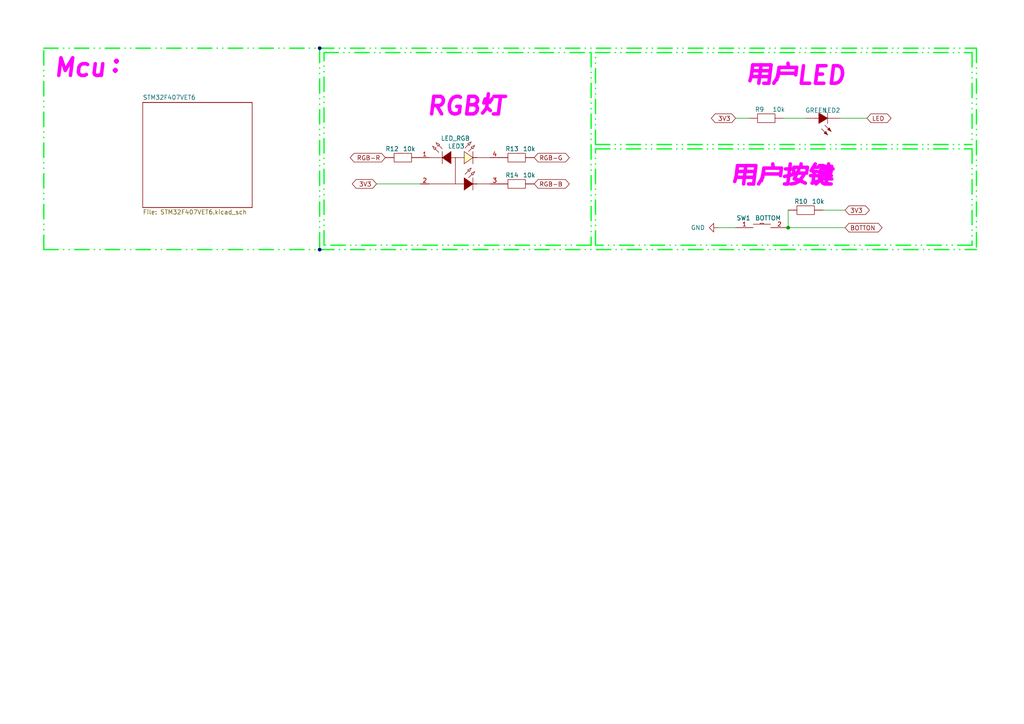
<source format=kicad_sch>
(kicad_sch
	(version 20250114)
	(generator "eeschema")
	(generator_version "9.0")
	(uuid "dc988b8c-4082-4675-a353-8ae80f698e12")
	(paper "A4")
	(title_block
		(title "MCU")
		(date "2025-01-24")
		(rev "Dennis_Re_Yoonjiho")
	)
	(lib_symbols
		(symbol "Ts_Foc_Vo符号库:BOTTOM"
			(pin_names
				(offset 1.016)
				(hide yes)
			)
			(exclude_from_sim no)
			(in_bom yes)
			(on_board yes)
			(property "Reference" "SW"
				(at -7.112 3.048 0)
				(effects
					(font
						(size 1.27 1.27)
					)
				)
			)
			(property "Value" "BOTTOM"
				(at 2.794 3.048 0)
				(effects
					(font
						(size 1.27 1.27)
					)
				)
			)
			(property "Footprint" "kicad_lceda:SW-SMD_L6.0-W3.3-LS8.0"
				(at -0.254 -1.524 0)
				(effects
					(font
						(size 1.27 1.27)
					)
					(hide yes)
				)
			)
			(property "Datasheet" ""
				(at 0 -4.953 0)
				(effects
					(font
						(size 1.27 1.27)
					)
					(hide yes)
				)
			)
			(property "Description" ""
				(at 0 0 0)
				(effects
					(font
						(size 1.27 1.27)
					)
					(hide yes)
				)
			)
			(property "SuppliersPartNumber" "C318938"
				(at 0 -10.033 0)
				(effects
					(font
						(size 1.27 1.27)
					)
					(hide yes)
				)
			)
			(property "uuid" "std:8710e6eb28c44416b37b2e373d35a96d"
				(at 0 -10.033 0)
				(effects
					(font
						(size 1.27 1.27)
					)
					(hide yes)
				)
			)
			(symbol "BOTTOM_1_1"
				(polyline
					(pts
						(xy -2.54 1.016) (xy 2.54 1.016)
					)
					(stroke
						(width 0.1524)
						(type solid)
					)
					(fill
						(type none)
					)
				)
				(polyline
					(pts
						(xy -0.508 1.016) (xy -0.508 1.27) (xy 0.508 1.27) (xy 0.508 1.016)
					)
					(stroke
						(width 0.1524)
						(type solid)
					)
					(fill
						(type none)
					)
				)
				(pin input line
					(at -7.62 0 0)
					(length 5.08)
					(name "1"
						(effects
							(font
								(size 1.27 1.27)
							)
						)
					)
					(number "1"
						(effects
							(font
								(size 1.27 1.27)
							)
						)
					)
				)
				(pin input line
					(at 7.62 0 180)
					(length 5.08)
					(name "2"
						(effects
							(font
								(size 1.27 1.27)
							)
						)
					)
					(number "2"
						(effects
							(font
								(size 1.27 1.27)
							)
						)
					)
				)
			)
			(embedded_fonts no)
		)
		(symbol "Ts_Foc_Vo符号库:LED"
			(pin_numbers
				(hide yes)
			)
			(pin_names
				(offset 1.016)
				(hide yes)
			)
			(exclude_from_sim no)
			(in_bom yes)
			(on_board yes)
			(property "Reference" ""
				(at 3.556 0.508 0)
				(effects
					(font
						(size 1.27 1.27)
					)
				)
			)
			(property "Value" "LED"
				(at 3.302 0.254 0)
				(effects
					(font
						(size 1.27 1.27)
					)
				)
			)
			(property "Footprint" "kicad_lceda:LED0603-RD"
				(at -0.254 -4.826 0)
				(effects
					(font
						(size 1.27 1.27)
					)
					(hide yes)
				)
			)
			(property "Datasheet" "http://www.szlcsc.com/product/details_90991.html"
				(at 0 -4.826 0)
				(effects
					(font
						(size 1.27 1.27)
					)
					(hide yes)
				)
			)
			(property "Description" ""
				(at 0 0 0)
				(effects
					(font
						(size 1.27 1.27)
					)
					(hide yes)
				)
			)
			(property "SuppliersPartNumber" "C89809"
				(at -0.254 -4.572 0)
				(effects
					(font
						(size 1.27 1.27)
					)
					(hide yes)
				)
			)
			(property "uuid" "std:41b2f7bc7ea198335b3b1186c040b70b"
				(at -0.254 -4.572 0)
				(effects
					(font
						(size 1.27 1.27)
					)
					(hide yes)
				)
			)
			(symbol "LED_1_1"
				(polyline
					(pts
						(xy -2.286 1.778) (xy -1.27 1.27) (xy -1.778 0.762) (xy -2.286 1.778)
					)
					(stroke
						(width 0.1524)
						(type solid)
					)
					(fill
						(type outline)
					)
				)
				(polyline
					(pts
						(xy -1.27 2.794) (xy -0.254 2.286) (xy -0.762 1.778) (xy -1.27 2.794)
					)
					(stroke
						(width 0.1524)
						(type solid)
					)
					(fill
						(type outline)
					)
				)
				(polyline
					(pts
						(xy -1.27 -0.508) (xy -1.27 -3.556)
					)
					(stroke
						(width 0.1524)
						(type solid)
					)
					(fill
						(type none)
					)
				)
				(polyline
					(pts
						(xy -0.508 0) (xy -2.286 1.778)
					)
					(stroke
						(width 0.1524)
						(type solid)
					)
					(fill
						(type none)
					)
				)
				(polyline
					(pts
						(xy 0.508 1.016) (xy -1.27 2.794)
					)
					(stroke
						(width 0.1524)
						(type solid)
					)
					(fill
						(type none)
					)
				)
				(polyline
					(pts
						(xy 1.27 -3.556) (xy -1.27 -2.032) (xy 1.27 -0.508) (xy 1.27 -3.556)
					)
					(stroke
						(width 0.1524)
						(type solid)
					)
					(fill
						(type outline)
					)
				)
				(pin input line
					(at -5.08 -2.032 0)
					(length 3.81)
					(name "K"
						(effects
							(font
								(size 1.27 1.27)
							)
						)
					)
					(number "1"
						(effects
							(font
								(size 1.27 1.27)
							)
						)
					)
				)
				(pin input line
					(at 5.08 -2.032 180)
					(length 3.81)
					(name "A"
						(effects
							(font
								(size 1.27 1.27)
							)
						)
					)
					(number "2"
						(effects
							(font
								(size 1.27 1.27)
							)
						)
					)
				)
			)
			(embedded_fonts no)
		)
		(symbol "Ts_Foc_Vo符号库:LED_RGB"
			(pin_names
				(offset 1.016)
				(hide yes)
			)
			(exclude_from_sim no)
			(in_bom yes)
			(on_board yes)
			(property "Reference" "LED"
				(at -2.032 5.334 0)
				(effects
					(font
						(size 1.27 1.27)
					)
				)
			)
			(property "Value" "LED_RGB"
				(at -2.54 7.874 0)
				(effects
					(font
						(size 1.27 1.27)
					)
				)
			)
			(property "Footprint" "kicad_lceda:LED-ARRAY-SMD_4P-L1.6-W1.5-BR_XL-1615RGBC-RF"
				(at 0 4.572 0)
				(effects
					(font
						(size 1.27 1.27)
					)
					(hide yes)
				)
			)
			(property "Datasheet" ""
				(at 0 -0.508 0)
				(effects
					(font
						(size 1.27 1.27)
					)
					(hide yes)
				)
			)
			(property "Description" ""
				(at 0 0 0)
				(effects
					(font
						(size 1.27 1.27)
					)
					(hide yes)
				)
			)
			(property "SuppliersPartNumber" "C965840"
				(at 0 -5.588 0)
				(effects
					(font
						(size 1.27 1.27)
					)
					(hide yes)
				)
			)
			(property "uuid" "std:da46b25babd24f169a00fa03821d5577"
				(at 0 -5.588 0)
				(effects
					(font
						(size 1.27 1.27)
					)
					(hide yes)
				)
			)
			(symbol "LED_RGB_1_1"
				(polyline
					(pts
						(xy -9.144 5.842) (xy -8.128 5.334) (xy -8.636 4.826) (xy -9.144 5.842)
					)
					(stroke
						(width 0.1524)
						(type solid)
					)
					(fill
						(type none)
					)
				)
				(polyline
					(pts
						(xy -8.128 6.858) (xy -7.112 6.35) (xy -7.62 5.842) (xy -8.128 6.858)
					)
					(stroke
						(width 0.1524)
						(type solid)
					)
					(fill
						(type none)
					)
				)
				(polyline
					(pts
						(xy -7.62 2.54) (xy -10.16 2.54)
					)
					(stroke
						(width 0.1524)
						(type solid)
					)
					(fill
						(type none)
					)
				)
				(polyline
					(pts
						(xy -7.366 4.064) (xy -8.382 5.08)
					)
					(stroke
						(width 0.1524)
						(type solid)
					)
					(fill
						(type outline)
					)
				)
				(polyline
					(pts
						(xy -6.35 5.08) (xy -7.366 6.096)
					)
					(stroke
						(width 0.1524)
						(type solid)
					)
					(fill
						(type outline)
					)
				)
				(polyline
					(pts
						(xy -6.35 4.318) (xy -6.35 0.762)
					)
					(stroke
						(width 0.1524)
						(type solid)
					)
					(fill
						(type none)
					)
				)
				(polyline
					(pts
						(xy -6.35 2.54) (xy -7.62 2.54)
					)
					(stroke
						(width 0.1524)
						(type solid)
					)
					(fill
						(type none)
					)
				)
				(polyline
					(pts
						(xy -3.81 4.318) (xy -6.35 2.54) (xy -3.81 0.762) (xy -3.81 4.318)
					)
					(stroke
						(width 0.1524)
						(type solid)
					)
					(fill
						(type outline)
					)
				)
				(polyline
					(pts
						(xy -2.54 2.54) (xy -3.81 2.54)
					)
					(stroke
						(width 0.1524)
						(type solid)
					)
					(fill
						(type none)
					)
				)
				(polyline
					(pts
						(xy -2.54 2.54) (xy 0 2.54)
					)
					(stroke
						(width 0.1524)
						(type solid)
					)
					(fill
						(type none)
					)
				)
				(polyline
					(pts
						(xy -2.54 2.54) (xy -2.54 -5.08) (xy 0 -5.08)
					)
					(stroke
						(width 0.1524)
						(type solid)
					)
					(fill
						(type none)
					)
				)
				(polyline
					(pts
						(xy -2.54 -5.08) (xy -10.16 -5.08)
					)
					(stroke
						(width 0.1524)
						(type solid)
					)
					(fill
						(type none)
					)
				)
				(polyline
					(pts
						(xy 0 0.762) (xy 2.54 2.54) (xy 0 4.318) (xy 0 0.762)
					)
					(stroke
						(width 0.1524)
						(type solid)
					)
					(fill
						(type background)
					)
				)
				(polyline
					(pts
						(xy 0 -6.858) (xy 2.54 -5.08) (xy 0 -3.302) (xy 0 -6.858)
					)
					(stroke
						(width 0.1524)
						(type solid)
					)
					(fill
						(type outline)
					)
				)
				(polyline
					(pts
						(xy 0.254 5.334) (xy 1.27 6.35)
					)
					(stroke
						(width 0.1524)
						(type solid)
					)
					(fill
						(type outline)
					)
				)
				(polyline
					(pts
						(xy 0.254 -2.286) (xy 1.27 -1.27)
					)
					(stroke
						(width 0.1524)
						(type solid)
					)
					(fill
						(type outline)
					)
				)
				(polyline
					(pts
						(xy 1.27 4.318) (xy 2.286 5.334)
					)
					(stroke
						(width 0.1524)
						(type solid)
					)
					(fill
						(type outline)
					)
				)
				(polyline
					(pts
						(xy 1.27 -3.302) (xy 2.286 -2.286)
					)
					(stroke
						(width 0.1524)
						(type solid)
					)
					(fill
						(type outline)
					)
				)
				(polyline
					(pts
						(xy 2.032 7.112) (xy 1.524 6.096) (xy 1.016 6.604) (xy 2.032 7.112)
					)
					(stroke
						(width 0.1524)
						(type solid)
					)
					(fill
						(type none)
					)
				)
				(polyline
					(pts
						(xy 2.032 -0.508) (xy 1.524 -1.524) (xy 1.016 -1.016) (xy 2.032 -0.508)
					)
					(stroke
						(width 0.1524)
						(type solid)
					)
					(fill
						(type none)
					)
				)
				(polyline
					(pts
						(xy 2.54 2.54) (xy 3.81 2.54)
					)
					(stroke
						(width 0.1524)
						(type solid)
					)
					(fill
						(type none)
					)
				)
				(polyline
					(pts
						(xy 2.54 2.54) (xy 7.62 2.54)
					)
					(stroke
						(width 0.1524)
						(type solid)
					)
					(fill
						(type none)
					)
				)
				(polyline
					(pts
						(xy 2.54 0.762) (xy 2.54 4.318)
					)
					(stroke
						(width 0.1524)
						(type solid)
					)
					(fill
						(type none)
					)
				)
				(polyline
					(pts
						(xy 2.54 -5.08) (xy 3.81 -5.08)
					)
					(stroke
						(width 0.1524)
						(type solid)
					)
					(fill
						(type none)
					)
				)
				(polyline
					(pts
						(xy 2.54 -5.08) (xy 7.62 -5.08)
					)
					(stroke
						(width 0.1524)
						(type solid)
					)
					(fill
						(type none)
					)
				)
				(polyline
					(pts
						(xy 2.54 -6.858) (xy 2.54 -3.302)
					)
					(stroke
						(width 0.1524)
						(type solid)
					)
					(fill
						(type none)
					)
				)
				(polyline
					(pts
						(xy 3.048 6.096) (xy 2.54 5.08) (xy 2.032 5.588) (xy 3.048 6.096)
					)
					(stroke
						(width 0.1524)
						(type solid)
					)
					(fill
						(type none)
					)
				)
				(polyline
					(pts
						(xy 3.048 -1.524) (xy 2.54 -2.54) (xy 2.032 -2.032) (xy 3.048 -1.524)
					)
					(stroke
						(width 0.1524)
						(type solid)
					)
					(fill
						(type none)
					)
				)
				(pin input line
					(at -12.7 2.54 0)
					(length 2.54)
					(name "R-"
						(effects
							(font
								(size 1.27 1.27)
							)
						)
					)
					(number "1"
						(effects
							(font
								(size 1.27 1.27)
							)
						)
					)
				)
				(pin input line
					(at -12.7 -5.08 0)
					(length 2.54)
					(name "COM+"
						(effects
							(font
								(size 1.27 1.27)
							)
						)
					)
					(number "2"
						(effects
							(font
								(size 1.27 1.27)
							)
						)
					)
				)
				(pin input line
					(at 10.16 2.54 180)
					(length 2.54)
					(name "G-"
						(effects
							(font
								(size 1.27 1.27)
							)
						)
					)
					(number "4"
						(effects
							(font
								(size 1.27 1.27)
							)
						)
					)
				)
				(pin input line
					(at 10.16 -5.08 180)
					(length 2.54)
					(name "B-"
						(effects
							(font
								(size 1.27 1.27)
							)
						)
					)
					(number "3"
						(effects
							(font
								(size 1.27 1.27)
							)
						)
					)
				)
			)
			(embedded_fonts no)
		)
		(symbol "Ts_Foc_Vo符号库:RES"
			(pin_numbers
				(hide yes)
			)
			(pin_names
				(offset 1.016)
				(hide yes)
			)
			(exclude_from_sim no)
			(in_bom yes)
			(on_board yes)
			(property "Reference" "R"
				(at -2.286 2.032 0)
				(effects
					(font
						(size 1.27 1.27)
					)
				)
			)
			(property "Value" "Value"
				(at 2.286 2.032 0)
				(effects
					(font
						(size 1.27 1.27)
					)
				)
			)
			(property "Footprint" "kicad_lceda:R0402"
				(at 0.254 -2.54 0)
				(effects
					(font
						(size 1.27 1.27)
					)
					(hide yes)
				)
			)
			(property "Datasheet" ""
				(at 0 -6.35 0)
				(effects
					(font
						(size 1.27 1.27)
					)
					(hide yes)
				)
			)
			(property "Description" ""
				(at 0 0 0)
				(effects
					(font
						(size 1.27 1.27)
					)
					(hide yes)
				)
			)
			(property "SuppliersPartNumber" "C5200633"
				(at 0 -11.43 0)
				(effects
					(font
						(size 1.27 1.27)
					)
					(hide yes)
				)
			)
			(property "uuid" "std:0c78b8f437b74d4badbc2695159e48f2"
				(at 0 -11.43 0)
				(effects
					(font
						(size 1.27 1.27)
					)
					(hide yes)
				)
			)
			(symbol "RES_1_1"
				(rectangle
					(start -2.54 1.27)
					(end 2.54 -1.27)
					(stroke
						(width 0.1524)
						(type solid)
					)
					(fill
						(type none)
					)
				)
				(pin input line
					(at -5.08 0 0)
					(length 2.54)
					(name "1"
						(effects
							(font
								(size 1.27 1.27)
							)
						)
					)
					(number "1"
						(effects
							(font
								(size 1.27 1.27)
							)
						)
					)
				)
				(pin input line
					(at 5.08 0 180)
					(length 2.54)
					(name "2"
						(effects
							(font
								(size 1.27 1.27)
							)
						)
					)
					(number "2"
						(effects
							(font
								(size 1.27 1.27)
							)
						)
					)
				)
			)
			(embedded_fonts no)
		)
		(symbol "power:GND"
			(power)
			(pin_numbers
				(hide yes)
			)
			(pin_names
				(offset 0)
				(hide yes)
			)
			(exclude_from_sim no)
			(in_bom yes)
			(on_board yes)
			(property "Reference" "#PWR"
				(at 0 -6.35 0)
				(effects
					(font
						(size 1.27 1.27)
					)
					(hide yes)
				)
			)
			(property "Value" "GND"
				(at 0 -3.81 0)
				(effects
					(font
						(size 1.27 1.27)
					)
				)
			)
			(property "Footprint" ""
				(at 0 0 0)
				(effects
					(font
						(size 1.27 1.27)
					)
					(hide yes)
				)
			)
			(property "Datasheet" ""
				(at 0 0 0)
				(effects
					(font
						(size 1.27 1.27)
					)
					(hide yes)
				)
			)
			(property "Description" "Power symbol creates a global label with name \"GND\" , ground"
				(at 0 0 0)
				(effects
					(font
						(size 1.27 1.27)
					)
					(hide yes)
				)
			)
			(property "ki_keywords" "global power"
				(at 0 0 0)
				(effects
					(font
						(size 1.27 1.27)
					)
					(hide yes)
				)
			)
			(symbol "GND_0_1"
				(polyline
					(pts
						(xy 0 0) (xy 0 -1.27) (xy 1.27 -1.27) (xy 0 -2.54) (xy -1.27 -1.27) (xy 0 -1.27)
					)
					(stroke
						(width 0)
						(type default)
					)
					(fill
						(type none)
					)
				)
			)
			(symbol "GND_1_1"
				(pin power_in line
					(at 0 0 270)
					(length 0)
					(name "~"
						(effects
							(font
								(size 1.27 1.27)
							)
						)
					)
					(number "1"
						(effects
							(font
								(size 1.27 1.27)
							)
						)
					)
				)
			)
			(embedded_fonts no)
		)
	)
	(text "用户按键"
		(exclude_from_sim yes)
		(at 226.822 51.308 0)
		(effects
			(font
				(size 5.08 5.08)
				(thickness 1.016)
				(bold yes)
				(italic yes)
				(color 255 2 253 1)
			)
		)
		(uuid "1c79a320-71a7-4dc4-ae32-430c40f4586d")
	)
	(text "用户LED\n"
		(exclude_from_sim yes)
		(at 230.632 22.098 0)
		(effects
			(font
				(size 5.08 5.08)
				(thickness 1.016)
				(bold yes)
				(italic yes)
				(color 255 2 253 1)
			)
		)
		(uuid "432b5722-71ca-425b-bb22-3d0197d32405")
	)
	(text "Mcu："
		(exclude_from_sim yes)
		(at 25.908 19.812 0)
		(effects
			(font
				(size 5.08 5.08)
				(thickness 1.016)
				(bold yes)
				(italic yes)
				(color 255 2 253 1)
			)
		)
		(uuid "6bfa14d6-8589-4fc2-921e-12c3ad869985")
	)
	(text "RGB灯"
		(exclude_from_sim yes)
		(at 135.382 30.988 0)
		(effects
			(font
				(size 5.08 5.08)
				(thickness 1.016)
				(bold yes)
				(italic yes)
				(color 255 2 253 1)
			)
		)
		(uuid "f7aeee4e-842d-45b2-b959-f69c454063cd")
	)
	(junction
		(at 92.71 13.97)
		(diameter 0)
		(color 0 0 0 0)
		(uuid "0e9a5e4a-bb89-46b8-b83a-f3f61d3c8654")
	)
	(junction
		(at 92.71 72.39)
		(diameter 0)
		(color 0 0 0 0)
		(uuid "79a46294-240f-4017-acee-0db3db995f01")
	)
	(junction
		(at 228.6 66.04)
		(diameter 0)
		(color 0 0 0 0)
		(uuid "a1089785-fbad-4139-a84d-815e5cbff93c")
	)
	(bus
		(pts
			(xy 283.21 13.97) (xy 283.21 72.39)
		)
		(stroke
			(width 0.381)
			(type dash_dot_dot)
			(color 0 255 30 1)
		)
		(uuid "0f9367d3-99eb-4e48-8da9-65fc022f3c6b")
	)
	(bus
		(pts
			(xy 281.94 15.24) (xy 281.94 41.91)
		)
		(stroke
			(width 0.381)
			(type dash_dot_dot)
			(color 0 255 30 1)
		)
		(uuid "1e82dcb5-c68e-4303-9e30-1636992f2430")
	)
	(bus
		(pts
			(xy 171.45 71.12) (xy 93.98 71.12)
		)
		(stroke
			(width 0.381)
			(type dash_dot_dot)
			(color 0 255 30 1)
		)
		(uuid "1ecdd48e-5eb6-49da-b2d9-b90e7d298362")
	)
	(bus
		(pts
			(xy 172.72 43.18) (xy 281.94 43.18)
		)
		(stroke
			(width 0.381)
			(type dash_dot_dot)
			(color 0 255 30 1)
		)
		(uuid "22354b74-ddc1-4f8a-ad8e-a688a0469c6d")
	)
	(wire
		(pts
			(xy 227.33 34.29) (xy 233.68 34.29)
		)
		(stroke
			(width 0)
			(type default)
		)
		(uuid "29212cd8-99c7-4686-9ff3-bafb67b8c11a")
	)
	(bus
		(pts
			(xy 92.71 13.97) (xy 283.21 13.97)
		)
		(stroke
			(width 0.381)
			(type dash_dot_dot)
			(color 0 255 30 1)
		)
		(uuid "34183d7f-69f0-4213-b62d-659fe7e3f6cf")
	)
	(wire
		(pts
			(xy 251.46 34.29) (xy 243.84 34.29)
		)
		(stroke
			(width 0)
			(type default)
		)
		(uuid "3c5f5427-2990-40b1-a0d1-c2fa881834ed")
	)
	(bus
		(pts
			(xy 92.71 13.97) (xy 92.71 72.39)
		)
		(stroke
			(width 0.381)
			(type dash_dot_dot)
			(color 0 255 30 1)
		)
		(uuid "458afffa-3d66-41d2-bcab-2a0892cc23fa")
	)
	(wire
		(pts
			(xy 228.6 66.04) (xy 245.11 66.04)
		)
		(stroke
			(width 0)
			(type default)
		)
		(uuid "4805b43d-32db-4e0d-b94a-993bf5a4536e")
	)
	(wire
		(pts
			(xy 245.11 60.96) (xy 238.76 60.96)
		)
		(stroke
			(width 0)
			(type default)
		)
		(uuid "58b75867-221c-4a61-be2b-22ccd7f5acea")
	)
	(wire
		(pts
			(xy 228.6 66.04) (xy 228.6 60.96)
		)
		(stroke
			(width 0)
			(type default)
		)
		(uuid "64fa545b-edd4-4856-bcbc-12de649f055e")
	)
	(bus
		(pts
			(xy 12.7 72.39) (xy 12.7 13.97)
		)
		(stroke
			(width 0.381)
			(type dash_dot_dot)
			(color 0 255 30 1)
		)
		(uuid "7ff988da-7652-4623-b7ad-e8f3e41af04c")
	)
	(bus
		(pts
			(xy 92.71 72.39) (xy 283.21 72.39)
		)
		(stroke
			(width 0.381)
			(type dash_dot_dot)
			(color 0 255 30 1)
		)
		(uuid "8ecd1513-1eed-4ce1-a82d-58a79b49ac79")
	)
	(bus
		(pts
			(xy 172.72 71.12) (xy 172.72 43.18)
		)
		(stroke
			(width 0.381)
			(type dash_dot_dot)
			(color 0 255 30 1)
		)
		(uuid "9c90d86e-2992-40e0-9f37-fea9287db20d")
	)
	(bus
		(pts
			(xy 172.72 41.91) (xy 281.94 41.91)
		)
		(stroke
			(width 0.381)
			(type dash_dot_dot)
			(color 0 255 30 1)
		)
		(uuid "a2331fd1-9473-4fc4-b62d-c8311a43bcf7")
	)
	(wire
		(pts
			(xy 109.22 53.34) (xy 121.92 53.34)
		)
		(stroke
			(width 0)
			(type default)
		)
		(uuid "a5e935b2-67e1-4ae9-8a00-3aaa4bf54884")
	)
	(bus
		(pts
			(xy 93.98 15.24) (xy 171.45 15.24)
		)
		(stroke
			(width 0.381)
			(type dash_dot_dot)
			(color 0 255 30 1)
		)
		(uuid "abd44b8c-ec96-42e3-9cca-41e49d53cb77")
	)
	(bus
		(pts
			(xy 171.45 15.24) (xy 171.45 71.12)
		)
		(stroke
			(width 0.381)
			(type dash_dot_dot)
			(color 0 255 30 1)
		)
		(uuid "b266ed02-1313-47c9-a0f0-6a5efadf8738")
	)
	(wire
		(pts
			(xy 213.36 34.29) (xy 217.17 34.29)
		)
		(stroke
			(width 0)
			(type default)
		)
		(uuid "b97c515a-dbe5-409d-9afb-e3caa6d9a491")
	)
	(bus
		(pts
			(xy 12.7 13.97) (xy 92.71 13.97)
		)
		(stroke
			(width 0.381)
			(type dash_dot_dot)
			(color 0 255 30 1)
		)
		(uuid "c1bdfbc6-6701-4a5e-9f80-cca4293ba2a9")
	)
	(bus
		(pts
			(xy 12.7 72.39) (xy 92.71 72.39)
		)
		(stroke
			(width 0.381)
			(type dash_dot_dot)
			(color 0 255 30 1)
		)
		(uuid "c6814b89-ee6c-41b9-bf95-4fb4f6674666")
	)
	(bus
		(pts
			(xy 172.72 41.91) (xy 172.72 15.24)
		)
		(stroke
			(width 0.381)
			(type dash_dot_dot)
			(color 0 255 30 1)
		)
		(uuid "d34c5fc9-5a51-4933-b931-86fe930202d5")
	)
	(bus
		(pts
			(xy 172.72 15.24) (xy 281.94 15.24)
		)
		(stroke
			(width 0.381)
			(type dash_dot_dot)
			(color 0 255 30 1)
		)
		(uuid "d810361e-259a-47dc-b229-ddfc1d63177f")
	)
	(bus
		(pts
			(xy 281.94 71.12) (xy 172.72 71.12)
		)
		(stroke
			(width 0.381)
			(type dash_dot_dot)
			(color 0 255 30 1)
		)
		(uuid "efb096ac-b209-4b62-ad01-e55e6f3335ea")
	)
	(bus
		(pts
			(xy 93.98 71.12) (xy 93.98 15.24)
		)
		(stroke
			(width 0.381)
			(type dash_dot_dot)
			(color 0 255 30 1)
		)
		(uuid "fccd56a0-81c6-4bcb-b686-8753d2124031")
	)
	(bus
		(pts
			(xy 281.94 43.18) (xy 281.94 71.12)
		)
		(stroke
			(width 0.381)
			(type dash_dot_dot)
			(color 0 255 30 1)
		)
		(uuid "fd6f64dc-8f37-4227-af8b-512e6f9fb562")
	)
	(wire
		(pts
			(xy 208.28 66.04) (xy 213.36 66.04)
		)
		(stroke
			(width 0)
			(type default)
		)
		(uuid "ff456ac7-6674-433d-94f2-a889e25ee0eb")
	)
	(global_label "LED"
		(shape bidirectional)
		(at 251.46 34.29 0)
		(fields_autoplaced yes)
		(effects
			(font
				(size 1.27 1.27)
			)
			(justify left)
		)
		(uuid "035f9e2c-126e-4d01-bc90-8b5417494585")
		(property "Intersheetrefs" "${INTERSHEET_REFS}"
			(at 259.0036 34.29 0)
			(effects
				(font
					(size 1.27 1.27)
				)
				(justify left)
				(hide yes)
			)
		)
	)
	(global_label "3V3"
		(shape bidirectional)
		(at 109.22 53.34 180)
		(fields_autoplaced yes)
		(effects
			(font
				(size 1.27 1.27)
			)
			(justify right)
		)
		(uuid "085c0087-56a8-4cf2-90fe-9994b0ddfa17")
		(property "Intersheetrefs" "${INTERSHEET_REFS}"
			(at 101.6159 53.34 0)
			(effects
				(font
					(size 1.27 1.27)
				)
				(justify right)
				(hide yes)
			)
		)
	)
	(global_label "3V3"
		(shape bidirectional)
		(at 213.36 34.29 180)
		(fields_autoplaced yes)
		(effects
			(font
				(size 1.27 1.27)
			)
			(justify right)
		)
		(uuid "13b7e33f-9f00-42e7-bbe2-b7ea2dd13487")
		(property "Intersheetrefs" "${INTERSHEET_REFS}"
			(at 205.7559 34.29 0)
			(effects
				(font
					(size 1.27 1.27)
				)
				(justify right)
				(hide yes)
			)
		)
	)
	(global_label "BOTTON"
		(shape bidirectional)
		(at 245.11 66.04 0)
		(fields_autoplaced yes)
		(effects
			(font
				(size 1.27 1.27)
			)
			(justify left)
		)
		(uuid "207165ed-f760-4fa8-b222-3de594d1eaba")
		(property "Intersheetrefs" "${INTERSHEET_REFS}"
			(at 256.4032 66.04 0)
			(effects
				(font
					(size 1.27 1.27)
				)
				(justify left)
				(hide yes)
			)
		)
	)
	(global_label "3V3"
		(shape bidirectional)
		(at 245.11 60.96 0)
		(fields_autoplaced yes)
		(effects
			(font
				(size 1.27 1.27)
			)
			(justify left)
		)
		(uuid "3605815e-0f63-49dd-9084-bb07573739d8")
		(property "Intersheetrefs" "${INTERSHEET_REFS}"
			(at 252.7141 60.96 0)
			(effects
				(font
					(size 1.27 1.27)
				)
				(justify left)
				(hide yes)
			)
		)
	)
	(global_label "RGB-B"
		(shape bidirectional)
		(at 154.94 53.34 0)
		(fields_autoplaced yes)
		(effects
			(font
				(size 1.27 1.27)
			)
			(justify left)
		)
		(uuid "50ccec13-fdfb-40c7-8144-0d90c8e209a0")
		(property "Intersheetrefs" "${INTERSHEET_REFS}"
			(at 165.6889 53.34 0)
			(effects
				(font
					(size 1.27 1.27)
				)
				(justify left)
				(hide yes)
			)
		)
	)
	(global_label "RGB-G"
		(shape bidirectional)
		(at 154.94 45.72 0)
		(fields_autoplaced yes)
		(effects
			(font
				(size 1.27 1.27)
			)
			(justify left)
		)
		(uuid "761f084e-9d55-4903-a386-a884e73e46ad")
		(property "Intersheetrefs" "${INTERSHEET_REFS}"
			(at 165.6889 45.72 0)
			(effects
				(font
					(size 1.27 1.27)
				)
				(justify left)
				(hide yes)
			)
		)
	)
	(global_label "RGB-R"
		(shape bidirectional)
		(at 111.76 45.72 180)
		(fields_autoplaced yes)
		(effects
			(font
				(size 1.27 1.27)
			)
			(justify right)
		)
		(uuid "a545d056-a0b5-4f30-a81f-5e3caba2990e")
		(property "Intersheetrefs" "${INTERSHEET_REFS}"
			(at 101.0111 45.72 0)
			(effects
				(font
					(size 1.27 1.27)
				)
				(justify right)
				(hide yes)
			)
		)
	)
	(symbol
		(lib_id "Ts_Foc_Vo符号库:LED_RGB")
		(at 134.62 48.26 0)
		(unit 1)
		(exclude_from_sim no)
		(in_bom yes)
		(on_board yes)
		(dnp no)
		(uuid "1264f560-331c-4b09-9117-4f68cc41e3ee")
		(property "Reference" "LED3"
			(at 132.334 42.418 0)
			(effects
				(font
					(size 1.27 1.27)
				)
			)
		)
		(property "Value" "LED_RGB"
			(at 132.08 40.132 0)
			(effects
				(font
					(size 1.27 1.27)
				)
			)
		)
		(property "Footprint" "Ts_Foc_Vo封装库:LED-RGB-SMD_4P"
			(at 134.62 43.688 0)
			(effects
				(font
					(size 1.27 1.27)
				)
				(hide yes)
			)
		)
		(property "Datasheet" ""
			(at 134.62 48.768 0)
			(effects
				(font
					(size 1.27 1.27)
				)
				(hide yes)
			)
		)
		(property "Description" ""
			(at 134.62 48.26 0)
			(effects
				(font
					(size 1.27 1.27)
				)
				(hide yes)
			)
		)
		(property "SuppliersPartNumber" "C965840"
			(at 134.62 53.848 0)
			(effects
				(font
					(size 1.27 1.27)
				)
				(hide yes)
			)
		)
		(property "uuid" "std:da46b25babd24f169a00fa03821d5577"
			(at 134.62 53.848 0)
			(effects
				(font
					(size 1.27 1.27)
				)
				(hide yes)
			)
		)
		(pin "2"
			(uuid "07576ae3-193a-43d0-955b-344d5a41ec27")
		)
		(pin "1"
			(uuid "a058f51d-1052-4082-a01f-5997292d63a6")
		)
		(pin "4"
			(uuid "b098d634-2203-472c-9856-3437b58b9ffb")
		)
		(pin "3"
			(uuid "c01307ad-c510-4afa-9304-93ba188a147f")
		)
		(instances
			(project "Ts_Foc_Vo1_0"
				(path "/0cbcabec-8024-48c7-ab91-86e279a5637e/5b2b706b-dc46-410d-930c-36fa0d5c1118"
					(reference "LED3")
					(unit 1)
				)
			)
		)
	)
	(symbol
		(lib_id "Ts_Foc_Vo符号库:RES")
		(at 149.86 45.72 180)
		(unit 1)
		(exclude_from_sim no)
		(in_bom yes)
		(on_board yes)
		(dnp no)
		(uuid "215bfde4-b3dc-4c4d-a0a6-11808d7ee367")
		(property "Reference" "R13"
			(at 146.558 43.18 0)
			(effects
				(font
					(size 1.27 1.27)
				)
				(justify right)
			)
		)
		(property "Value" "10k"
			(at 151.638 43.18 0)
			(effects
				(font
					(size 1.27 1.27)
				)
				(justify right)
			)
		)
		(property "Footprint" "Ts_Foc_Vo封装库:Res_0402"
			(at 149.606 43.18 0)
			(effects
				(font
					(size 1.27 1.27)
				)
				(hide yes)
			)
		)
		(property "Datasheet" ""
			(at 149.86 39.37 0)
			(effects
				(font
					(size 1.27 1.27)
				)
				(hide yes)
			)
		)
		(property "Description" ""
			(at 149.86 45.72 0)
			(effects
				(font
					(size 1.27 1.27)
				)
				(hide yes)
			)
		)
		(property "SuppliersPartNumber" "C5200633"
			(at 149.86 34.29 0)
			(effects
				(font
					(size 1.27 1.27)
				)
				(hide yes)
			)
		)
		(property "uuid" "std:0c78b8f437b74d4badbc2695159e48f2"
			(at 149.86 34.29 0)
			(effects
				(font
					(size 1.27 1.27)
				)
				(hide yes)
			)
		)
		(pin "1"
			(uuid "48137e72-21aa-43b7-9abe-5d2fbd0ec8fc")
		)
		(pin "2"
			(uuid "edbdc14c-8d59-458b-9c12-1bfe2eb7802c")
		)
		(instances
			(project "Ts_Foc_Vo1_0"
				(path "/0cbcabec-8024-48c7-ab91-86e279a5637e/5b2b706b-dc46-410d-930c-36fa0d5c1118"
					(reference "R13")
					(unit 1)
				)
			)
		)
	)
	(symbol
		(lib_id "Ts_Foc_Vo符号库:RES")
		(at 233.68 60.96 180)
		(unit 1)
		(exclude_from_sim no)
		(in_bom yes)
		(on_board yes)
		(dnp no)
		(uuid "23b0fe3b-53a5-4c2a-b593-d6522a31af58")
		(property "Reference" "R10"
			(at 230.378 58.42 0)
			(effects
				(font
					(size 1.27 1.27)
				)
				(justify right)
			)
		)
		(property "Value" "10k"
			(at 235.458 58.42 0)
			(effects
				(font
					(size 1.27 1.27)
				)
				(justify right)
			)
		)
		(property "Footprint" "Ts_Foc_Vo封装库:Res_0402"
			(at 233.426 58.42 0)
			(effects
				(font
					(size 1.27 1.27)
				)
				(hide yes)
			)
		)
		(property "Datasheet" ""
			(at 233.68 54.61 0)
			(effects
				(font
					(size 1.27 1.27)
				)
				(hide yes)
			)
		)
		(property "Description" ""
			(at 233.68 60.96 0)
			(effects
				(font
					(size 1.27 1.27)
				)
				(hide yes)
			)
		)
		(property "SuppliersPartNumber" "C5200633"
			(at 233.68 49.53 0)
			(effects
				(font
					(size 1.27 1.27)
				)
				(hide yes)
			)
		)
		(property "uuid" "std:0c78b8f437b74d4badbc2695159e48f2"
			(at 233.68 49.53 0)
			(effects
				(font
					(size 1.27 1.27)
				)
				(hide yes)
			)
		)
		(pin "1"
			(uuid "c3ddfff5-db17-409a-b43e-3db4c0e2742d")
		)
		(pin "2"
			(uuid "bf2c4e72-59b3-400a-a935-fb9276a3c3b9")
		)
		(instances
			(project "Ts_Foc_Vo1_0"
				(path "/0cbcabec-8024-48c7-ab91-86e279a5637e/5b2b706b-dc46-410d-930c-36fa0d5c1118"
					(reference "R10")
					(unit 1)
				)
			)
		)
	)
	(symbol
		(lib_id "Ts_Foc_Vo符号库:RES")
		(at 149.86 53.34 180)
		(unit 1)
		(exclude_from_sim no)
		(in_bom yes)
		(on_board yes)
		(dnp no)
		(uuid "32438d9e-4606-4a26-93d7-473dde891bf6")
		(property "Reference" "R14"
			(at 146.558 50.8 0)
			(effects
				(font
					(size 1.27 1.27)
				)
				(justify right)
			)
		)
		(property "Value" "10k"
			(at 151.638 50.8 0)
			(effects
				(font
					(size 1.27 1.27)
				)
				(justify right)
			)
		)
		(property "Footprint" "Ts_Foc_Vo封装库:Res_0402"
			(at 149.606 50.8 0)
			(effects
				(font
					(size 1.27 1.27)
				)
				(hide yes)
			)
		)
		(property "Datasheet" ""
			(at 149.86 46.99 0)
			(effects
				(font
					(size 1.27 1.27)
				)
				(hide yes)
			)
		)
		(property "Description" ""
			(at 149.86 53.34 0)
			(effects
				(font
					(size 1.27 1.27)
				)
				(hide yes)
			)
		)
		(property "SuppliersPartNumber" "C5200633"
			(at 149.86 41.91 0)
			(effects
				(font
					(size 1.27 1.27)
				)
				(hide yes)
			)
		)
		(property "uuid" "std:0c78b8f437b74d4badbc2695159e48f2"
			(at 149.86 41.91 0)
			(effects
				(font
					(size 1.27 1.27)
				)
				(hide yes)
			)
		)
		(pin "1"
			(uuid "90fc4415-2415-4ebc-aaf4-33da38f6e07a")
		)
		(pin "2"
			(uuid "cba92624-7dda-49c5-aac0-a50a4f9c4f42")
		)
		(instances
			(project "Ts_Foc_Vo1_0"
				(path "/0cbcabec-8024-48c7-ab91-86e279a5637e/5b2b706b-dc46-410d-930c-36fa0d5c1118"
					(reference "R14")
					(unit 1)
				)
			)
		)
	)
	(symbol
		(lib_id "Ts_Foc_Vo符号库:RES")
		(at 116.84 45.72 180)
		(unit 1)
		(exclude_from_sim no)
		(in_bom yes)
		(on_board yes)
		(dnp no)
		(uuid "53c31d32-798b-4185-a542-1f66ecb2a3c4")
		(property "Reference" "R12"
			(at 111.76 43.18 0)
			(effects
				(font
					(size 1.27 1.27)
				)
				(justify right)
			)
		)
		(property "Value" "10k"
			(at 116.84 43.18 0)
			(effects
				(font
					(size 1.27 1.27)
				)
				(justify right)
			)
		)
		(property "Footprint" "Ts_Foc_Vo封装库:Res_0402"
			(at 116.586 43.18 0)
			(effects
				(font
					(size 1.27 1.27)
				)
				(hide yes)
			)
		)
		(property "Datasheet" ""
			(at 116.84 39.37 0)
			(effects
				(font
					(size 1.27 1.27)
				)
				(hide yes)
			)
		)
		(property "Description" ""
			(at 116.84 45.72 0)
			(effects
				(font
					(size 1.27 1.27)
				)
				(hide yes)
			)
		)
		(property "SuppliersPartNumber" "C5200633"
			(at 116.84 34.29 0)
			(effects
				(font
					(size 1.27 1.27)
				)
				(hide yes)
			)
		)
		(property "uuid" "std:0c78b8f437b74d4badbc2695159e48f2"
			(at 116.84 34.29 0)
			(effects
				(font
					(size 1.27 1.27)
				)
				(hide yes)
			)
		)
		(pin "1"
			(uuid "546f6a31-ff54-4d15-a224-aa8ac06d652d")
		)
		(pin "2"
			(uuid "18259af5-f5a7-44f8-b632-a84308372e19")
		)
		(instances
			(project "Ts_Foc_Vo1_0"
				(path "/0cbcabec-8024-48c7-ab91-86e279a5637e/5b2b706b-dc46-410d-930c-36fa0d5c1118"
					(reference "R12")
					(unit 1)
				)
			)
		)
	)
	(symbol
		(lib_id "Ts_Foc_Vo符号库:RES")
		(at 222.25 34.29 180)
		(unit 1)
		(exclude_from_sim no)
		(in_bom yes)
		(on_board yes)
		(dnp no)
		(uuid "6c9bd309-ffe3-4e3a-9b9f-5bb8e40906a9")
		(property "Reference" "R9"
			(at 218.948 31.75 0)
			(effects
				(font
					(size 1.27 1.27)
				)
				(justify right)
			)
		)
		(property "Value" "10k"
			(at 224.028 31.75 0)
			(effects
				(font
					(size 1.27 1.27)
				)
				(justify right)
			)
		)
		(property "Footprint" "Ts_Foc_Vo封装库:Res_0402"
			(at 221.996 31.75 0)
			(effects
				(font
					(size 1.27 1.27)
				)
				(hide yes)
			)
		)
		(property "Datasheet" ""
			(at 222.25 27.94 0)
			(effects
				(font
					(size 1.27 1.27)
				)
				(hide yes)
			)
		)
		(property "Description" ""
			(at 222.25 34.29 0)
			(effects
				(font
					(size 1.27 1.27)
				)
				(hide yes)
			)
		)
		(property "SuppliersPartNumber" "C5200633"
			(at 222.25 22.86 0)
			(effects
				(font
					(size 1.27 1.27)
				)
				(hide yes)
			)
		)
		(property "uuid" "std:0c78b8f437b74d4badbc2695159e48f2"
			(at 222.25 22.86 0)
			(effects
				(font
					(size 1.27 1.27)
				)
				(hide yes)
			)
		)
		(pin "1"
			(uuid "d971b2b6-be48-4785-b0a4-91b539b22528")
		)
		(pin "2"
			(uuid "e0d856bf-f376-4ae3-8203-01a3212e0d3f")
		)
		(instances
			(project "Ts_Foc_Vo1_0"
				(path "/0cbcabec-8024-48c7-ab91-86e279a5637e/5b2b706b-dc46-410d-930c-36fa0d5c1118"
					(reference "R9")
					(unit 1)
				)
			)
		)
	)
	(symbol
		(lib_id "Ts_Foc_Vo符号库:LED")
		(at 238.76 36.322 180)
		(unit 1)
		(exclude_from_sim no)
		(in_bom yes)
		(on_board yes)
		(dnp no)
		(uuid "751dc838-1455-4436-8e4e-b4f9a9fe2ad7")
		(property "Reference" "LED2"
			(at 241.3 32.004 0)
			(effects
				(font
					(size 1.27 1.27)
				)
			)
		)
		(property "Value" "GREEN"
			(at 236.728 32.004 0)
			(effects
				(font
					(size 1.27 1.27)
				)
			)
		)
		(property "Footprint" "Ts_Foc_Vo封装库:LED_0603"
			(at 239.014 31.496 0)
			(effects
				(font
					(size 1.27 1.27)
				)
				(hide yes)
			)
		)
		(property "Datasheet" "http://www.szlcsc.com/product/details_90991.html"
			(at 238.76 31.496 0)
			(effects
				(font
					(size 1.27 1.27)
				)
				(hide yes)
			)
		)
		(property "Description" ""
			(at 238.76 36.322 0)
			(effects
				(font
					(size 1.27 1.27)
				)
				(hide yes)
			)
		)
		(property "SuppliersPartNumber" "C89809"
			(at 239.014 31.75 0)
			(effects
				(font
					(size 1.27 1.27)
				)
				(hide yes)
			)
		)
		(property "uuid" "std:41b2f7bc7ea198335b3b1186c040b70b"
			(at 239.014 31.75 0)
			(effects
				(font
					(size 1.27 1.27)
				)
				(hide yes)
			)
		)
		(pin "1"
			(uuid "422bc83e-d233-4c4e-9f71-4c572ff5bcb7")
		)
		(pin "2"
			(uuid "673ecab6-d5f4-40a5-95cd-0177b7116663")
		)
		(instances
			(project "Ts_Foc_Vo1_0"
				(path "/0cbcabec-8024-48c7-ab91-86e279a5637e/5b2b706b-dc46-410d-930c-36fa0d5c1118"
					(reference "LED2")
					(unit 1)
				)
			)
		)
	)
	(symbol
		(lib_id "Ts_Foc_Vo符号库:BOTTOM")
		(at 220.98 66.04 0)
		(unit 1)
		(exclude_from_sim no)
		(in_bom yes)
		(on_board yes)
		(dnp no)
		(uuid "7afab3de-1506-4692-9cde-64650afbd577")
		(property "Reference" "SW1"
			(at 215.646 63.246 0)
			(effects
				(font
					(size 1.27 1.27)
				)
			)
		)
		(property "Value" "BOTTOM"
			(at 222.758 63.246 0)
			(effects
				(font
					(size 1.27 1.27)
				)
			)
		)
		(property "Footprint" "Ts_Foc_Vo封装库:BOTTOM"
			(at 220.726 67.564 0)
			(effects
				(font
					(size 1.27 1.27)
				)
				(hide yes)
			)
		)
		(property "Datasheet" ""
			(at 220.98 70.993 0)
			(effects
				(font
					(size 1.27 1.27)
				)
				(hide yes)
			)
		)
		(property "Description" ""
			(at 220.98 66.04 0)
			(effects
				(font
					(size 1.27 1.27)
				)
				(hide yes)
			)
		)
		(property "SuppliersPartNumber" "C318938"
			(at 220.98 76.073 0)
			(effects
				(font
					(size 1.27 1.27)
				)
				(hide yes)
			)
		)
		(property "uuid" "std:8710e6eb28c44416b37b2e373d35a96d"
			(at 220.98 76.073 0)
			(effects
				(font
					(size 1.27 1.27)
				)
				(hide yes)
			)
		)
		(pin "1"
			(uuid "ac89d0d2-02f6-470e-bd3f-de97ebd9cffd")
		)
		(pin "2"
			(uuid "67c017ca-ae8f-42f8-8f62-bbefcbb0fbc2")
		)
		(instances
			(project ""
				(path "/0cbcabec-8024-48c7-ab91-86e279a5637e/5b2b706b-dc46-410d-930c-36fa0d5c1118"
					(reference "SW1")
					(unit 1)
				)
			)
		)
	)
	(symbol
		(lib_id "power:GND")
		(at 208.28 66.04 270)
		(unit 1)
		(exclude_from_sim no)
		(in_bom yes)
		(on_board yes)
		(dnp no)
		(fields_autoplaced yes)
		(uuid "c9d1119f-f2d5-4412-b1f3-9ed791d06f02")
		(property "Reference" "#PWR017"
			(at 201.93 66.04 0)
			(effects
				(font
					(size 1.27 1.27)
				)
				(hide yes)
			)
		)
		(property "Value" "GND"
			(at 204.47 66.0399 90)
			(effects
				(font
					(size 1.27 1.27)
				)
				(justify right)
			)
		)
		(property "Footprint" ""
			(at 208.28 66.04 0)
			(effects
				(font
					(size 1.27 1.27)
				)
				(hide yes)
			)
		)
		(property "Datasheet" ""
			(at 208.28 66.04 0)
			(effects
				(font
					(size 1.27 1.27)
				)
				(hide yes)
			)
		)
		(property "Description" "Power symbol creates a global label with name \"GND\" , ground"
			(at 208.28 66.04 0)
			(effects
				(font
					(size 1.27 1.27)
				)
				(hide yes)
			)
		)
		(pin "1"
			(uuid "83975951-bc60-4f3a-be72-74b79e3e3121")
		)
		(instances
			(project "Ts_Foc_Vo1_0"
				(path "/0cbcabec-8024-48c7-ab91-86e279a5637e/5b2b706b-dc46-410d-930c-36fa0d5c1118"
					(reference "#PWR017")
					(unit 1)
				)
			)
		)
	)
	(sheet
		(at 41.402 29.718)
		(size 31.75 30.48)
		(exclude_from_sim no)
		(in_bom yes)
		(on_board yes)
		(dnp no)
		(fields_autoplaced yes)
		(stroke
			(width 0.1524)
			(type solid)
		)
		(fill
			(color 0 0 0 0.0000)
		)
		(uuid "ca574d1f-c827-4cfd-964d-b377b4c8a3a0")
		(property "Sheetname" "STM32F407VET6"
			(at 41.402 29.0064 0)
			(effects
				(font
					(size 1.27 1.27)
				)
				(justify left bottom)
			)
		)
		(property "Sheetfile" "STM32F407VET6.kicad_sch"
			(at 41.402 60.7826 0)
			(effects
				(font
					(size 1.27 1.27)
				)
				(justify left top)
			)
		)
		(instances
			(project "Ts_Foc_Vo1_0"
				(path "/0cbcabec-8024-48c7-ab91-86e279a5637e/5b2b706b-dc46-410d-930c-36fa0d5c1118"
					(page "2")
				)
			)
		)
	)
)

</source>
